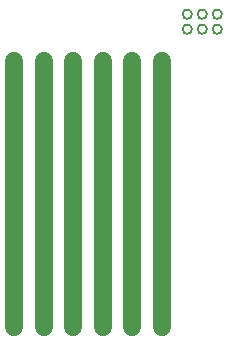
<source format=gbs>
G04 #@! TF.GenerationSoftware,KiCad,Pcbnew,(5.1.0)-1*
G04 #@! TF.CreationDate,2019-11-14T11:54:30+01:00*
G04 #@! TF.ProjectId,perpendicular_pcb,70657270-656e-4646-9963-756c61725f70,rev?*
G04 #@! TF.SameCoordinates,Original*
G04 #@! TF.FileFunction,Soldermask,Bot*
G04 #@! TF.FilePolarity,Negative*
%FSLAX46Y46*%
G04 Gerber Fmt 4.6, Leading zero omitted, Abs format (unit mm)*
G04 Created by KiCad (PCBNEW (5.1.0)-1) date 2019-11-14 11:54:30*
%MOMM*%
%LPD*%
G04 APERTURE LIST*
%ADD10C,0.200000*%
%ADD11C,1.500000*%
G04 APERTURE END LIST*
D10*
X159085000Y-93290000D02*
G75*
G03X159085000Y-93290000I-400000J0D01*
G01*
X157815000Y-93290000D02*
G75*
G03X157815000Y-93290000I-400000J0D01*
G01*
X156545000Y-93290000D02*
G75*
G03X156545000Y-93290000I-400000J0D01*
G01*
X156545000Y-92020000D02*
G75*
G03X156545000Y-92020000I-400000J0D01*
G01*
X157815000Y-92020000D02*
G75*
G03X157815000Y-92020000I-400000J0D01*
G01*
X159085000Y-92020000D02*
G75*
G03X159085000Y-92020000I-400000J0D01*
G01*
D11*
X154000000Y-118500000D02*
X154000000Y-96000000D01*
X151500000Y-118500000D02*
X151500000Y-96000000D01*
X149000000Y-118500000D02*
X149000000Y-96000000D01*
X146500000Y-118500000D02*
X146500000Y-96000000D01*
X144000000Y-118500000D02*
X144000000Y-96000000D01*
X141500000Y-118500000D02*
X141500000Y-96000000D01*
M02*

</source>
